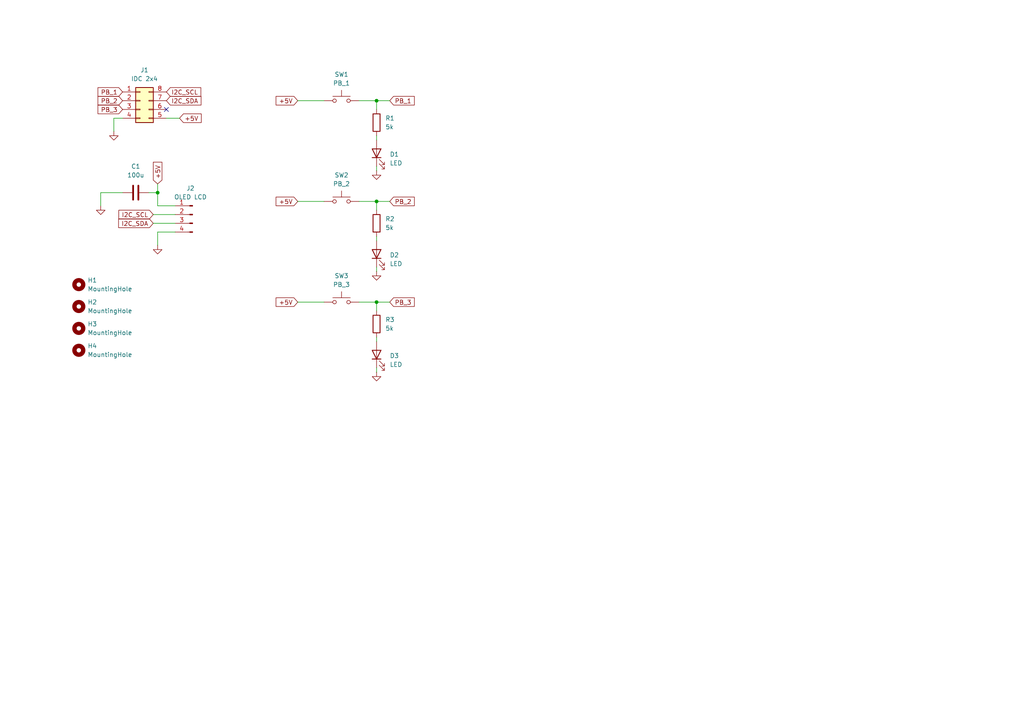
<source format=kicad_sch>
(kicad_sch
	(version 20231120)
	(generator "eeschema")
	(generator_version "8.0")
	(uuid "79fe1976-9f1c-41ba-94d2-47da96682c3d")
	(paper "A4")
	(lib_symbols
		(symbol "Connector:Conn_01x04_Pin"
			(pin_names
				(offset 1.016) hide)
			(exclude_from_sim no)
			(in_bom yes)
			(on_board yes)
			(property "Reference" "J"
				(at 0 5.08 0)
				(effects
					(font
						(size 1.27 1.27)
					)
				)
			)
			(property "Value" "Conn_01x04_Pin"
				(at 0 -7.62 0)
				(effects
					(font
						(size 1.27 1.27)
					)
				)
			)
			(property "Footprint" ""
				(at 0 0 0)
				(effects
					(font
						(size 1.27 1.27)
					)
					(hide yes)
				)
			)
			(property "Datasheet" "~"
				(at 0 0 0)
				(effects
					(font
						(size 1.27 1.27)
					)
					(hide yes)
				)
			)
			(property "Description" "Generic connector, single row, 01x04, script generated"
				(at 0 0 0)
				(effects
					(font
						(size 1.27 1.27)
					)
					(hide yes)
				)
			)
			(property "ki_locked" ""
				(at 0 0 0)
				(effects
					(font
						(size 1.27 1.27)
					)
				)
			)
			(property "ki_keywords" "connector"
				(at 0 0 0)
				(effects
					(font
						(size 1.27 1.27)
					)
					(hide yes)
				)
			)
			(property "ki_fp_filters" "Connector*:*_1x??_*"
				(at 0 0 0)
				(effects
					(font
						(size 1.27 1.27)
					)
					(hide yes)
				)
			)
			(symbol "Conn_01x04_Pin_1_1"
				(polyline
					(pts
						(xy 1.27 -5.08) (xy 0.8636 -5.08)
					)
					(stroke
						(width 0.1524)
						(type default)
					)
					(fill
						(type none)
					)
				)
				(polyline
					(pts
						(xy 1.27 -2.54) (xy 0.8636 -2.54)
					)
					(stroke
						(width 0.1524)
						(type default)
					)
					(fill
						(type none)
					)
				)
				(polyline
					(pts
						(xy 1.27 0) (xy 0.8636 0)
					)
					(stroke
						(width 0.1524)
						(type default)
					)
					(fill
						(type none)
					)
				)
				(polyline
					(pts
						(xy 1.27 2.54) (xy 0.8636 2.54)
					)
					(stroke
						(width 0.1524)
						(type default)
					)
					(fill
						(type none)
					)
				)
				(rectangle
					(start 0.8636 -4.953)
					(end 0 -5.207)
					(stroke
						(width 0.1524)
						(type default)
					)
					(fill
						(type outline)
					)
				)
				(rectangle
					(start 0.8636 -2.413)
					(end 0 -2.667)
					(stroke
						(width 0.1524)
						(type default)
					)
					(fill
						(type outline)
					)
				)
				(rectangle
					(start 0.8636 0.127)
					(end 0 -0.127)
					(stroke
						(width 0.1524)
						(type default)
					)
					(fill
						(type outline)
					)
				)
				(rectangle
					(start 0.8636 2.667)
					(end 0 2.413)
					(stroke
						(width 0.1524)
						(type default)
					)
					(fill
						(type outline)
					)
				)
				(pin passive line
					(at 5.08 2.54 180)
					(length 3.81)
					(name "Pin_1"
						(effects
							(font
								(size 1.27 1.27)
							)
						)
					)
					(number "1"
						(effects
							(font
								(size 1.27 1.27)
							)
						)
					)
				)
				(pin passive line
					(at 5.08 0 180)
					(length 3.81)
					(name "Pin_2"
						(effects
							(font
								(size 1.27 1.27)
							)
						)
					)
					(number "2"
						(effects
							(font
								(size 1.27 1.27)
							)
						)
					)
				)
				(pin passive line
					(at 5.08 -2.54 180)
					(length 3.81)
					(name "Pin_3"
						(effects
							(font
								(size 1.27 1.27)
							)
						)
					)
					(number "3"
						(effects
							(font
								(size 1.27 1.27)
							)
						)
					)
				)
				(pin passive line
					(at 5.08 -5.08 180)
					(length 3.81)
					(name "Pin_4"
						(effects
							(font
								(size 1.27 1.27)
							)
						)
					)
					(number "4"
						(effects
							(font
								(size 1.27 1.27)
							)
						)
					)
				)
			)
		)
		(symbol "Connector_Generic:Conn_02x04_Counter_Clockwise"
			(pin_names
				(offset 1.016) hide)
			(exclude_from_sim no)
			(in_bom yes)
			(on_board yes)
			(property "Reference" "J"
				(at 1.27 5.08 0)
				(effects
					(font
						(size 1.27 1.27)
					)
				)
			)
			(property "Value" "Conn_02x04_Counter_Clockwise"
				(at 1.27 -7.62 0)
				(effects
					(font
						(size 1.27 1.27)
					)
				)
			)
			(property "Footprint" ""
				(at 0 0 0)
				(effects
					(font
						(size 1.27 1.27)
					)
					(hide yes)
				)
			)
			(property "Datasheet" "~"
				(at 0 0 0)
				(effects
					(font
						(size 1.27 1.27)
					)
					(hide yes)
				)
			)
			(property "Description" "Generic connector, double row, 02x04, counter clockwise pin numbering scheme (similar to DIP package numbering), script generated (kicad-library-utils/schlib/autogen/connector/)"
				(at 0 0 0)
				(effects
					(font
						(size 1.27 1.27)
					)
					(hide yes)
				)
			)
			(property "ki_keywords" "connector"
				(at 0 0 0)
				(effects
					(font
						(size 1.27 1.27)
					)
					(hide yes)
				)
			)
			(property "ki_fp_filters" "Connector*:*_2x??_*"
				(at 0 0 0)
				(effects
					(font
						(size 1.27 1.27)
					)
					(hide yes)
				)
			)
			(symbol "Conn_02x04_Counter_Clockwise_1_1"
				(rectangle
					(start -1.27 -4.953)
					(end 0 -5.207)
					(stroke
						(width 0.1524)
						(type default)
					)
					(fill
						(type none)
					)
				)
				(rectangle
					(start -1.27 -2.413)
					(end 0 -2.667)
					(stroke
						(width 0.1524)
						(type default)
					)
					(fill
						(type none)
					)
				)
				(rectangle
					(start -1.27 0.127)
					(end 0 -0.127)
					(stroke
						(width 0.1524)
						(type default)
					)
					(fill
						(type none)
					)
				)
				(rectangle
					(start -1.27 2.667)
					(end 0 2.413)
					(stroke
						(width 0.1524)
						(type default)
					)
					(fill
						(type none)
					)
				)
				(rectangle
					(start -1.27 3.81)
					(end 3.81 -6.35)
					(stroke
						(width 0.254)
						(type default)
					)
					(fill
						(type background)
					)
				)
				(rectangle
					(start 3.81 -4.953)
					(end 2.54 -5.207)
					(stroke
						(width 0.1524)
						(type default)
					)
					(fill
						(type none)
					)
				)
				(rectangle
					(start 3.81 -2.413)
					(end 2.54 -2.667)
					(stroke
						(width 0.1524)
						(type default)
					)
					(fill
						(type none)
					)
				)
				(rectangle
					(start 3.81 0.127)
					(end 2.54 -0.127)
					(stroke
						(width 0.1524)
						(type default)
					)
					(fill
						(type none)
					)
				)
				(rectangle
					(start 3.81 2.667)
					(end 2.54 2.413)
					(stroke
						(width 0.1524)
						(type default)
					)
					(fill
						(type none)
					)
				)
				(pin passive line
					(at -5.08 2.54 0)
					(length 3.81)
					(name "Pin_1"
						(effects
							(font
								(size 1.27 1.27)
							)
						)
					)
					(number "1"
						(effects
							(font
								(size 1.27 1.27)
							)
						)
					)
				)
				(pin passive line
					(at -5.08 0 0)
					(length 3.81)
					(name "Pin_2"
						(effects
							(font
								(size 1.27 1.27)
							)
						)
					)
					(number "2"
						(effects
							(font
								(size 1.27 1.27)
							)
						)
					)
				)
				(pin passive line
					(at -5.08 -2.54 0)
					(length 3.81)
					(name "Pin_3"
						(effects
							(font
								(size 1.27 1.27)
							)
						)
					)
					(number "3"
						(effects
							(font
								(size 1.27 1.27)
							)
						)
					)
				)
				(pin passive line
					(at -5.08 -5.08 0)
					(length 3.81)
					(name "Pin_4"
						(effects
							(font
								(size 1.27 1.27)
							)
						)
					)
					(number "4"
						(effects
							(font
								(size 1.27 1.27)
							)
						)
					)
				)
				(pin passive line
					(at 7.62 -5.08 180)
					(length 3.81)
					(name "Pin_5"
						(effects
							(font
								(size 1.27 1.27)
							)
						)
					)
					(number "5"
						(effects
							(font
								(size 1.27 1.27)
							)
						)
					)
				)
				(pin passive line
					(at 7.62 -2.54 180)
					(length 3.81)
					(name "Pin_6"
						(effects
							(font
								(size 1.27 1.27)
							)
						)
					)
					(number "6"
						(effects
							(font
								(size 1.27 1.27)
							)
						)
					)
				)
				(pin passive line
					(at 7.62 0 180)
					(length 3.81)
					(name "Pin_7"
						(effects
							(font
								(size 1.27 1.27)
							)
						)
					)
					(number "7"
						(effects
							(font
								(size 1.27 1.27)
							)
						)
					)
				)
				(pin passive line
					(at 7.62 2.54 180)
					(length 3.81)
					(name "Pin_8"
						(effects
							(font
								(size 1.27 1.27)
							)
						)
					)
					(number "8"
						(effects
							(font
								(size 1.27 1.27)
							)
						)
					)
				)
			)
		)
		(symbol "Device:C"
			(pin_numbers hide)
			(pin_names
				(offset 0.254)
			)
			(exclude_from_sim no)
			(in_bom yes)
			(on_board yes)
			(property "Reference" "C"
				(at 0.635 2.54 0)
				(effects
					(font
						(size 1.27 1.27)
					)
					(justify left)
				)
			)
			(property "Value" "C"
				(at 0.635 -2.54 0)
				(effects
					(font
						(size 1.27 1.27)
					)
					(justify left)
				)
			)
			(property "Footprint" ""
				(at 0.9652 -3.81 0)
				(effects
					(font
						(size 1.27 1.27)
					)
					(hide yes)
				)
			)
			(property "Datasheet" "~"
				(at 0 0 0)
				(effects
					(font
						(size 1.27 1.27)
					)
					(hide yes)
				)
			)
			(property "Description" "Unpolarized capacitor"
				(at 0 0 0)
				(effects
					(font
						(size 1.27 1.27)
					)
					(hide yes)
				)
			)
			(property "ki_keywords" "cap capacitor"
				(at 0 0 0)
				(effects
					(font
						(size 1.27 1.27)
					)
					(hide yes)
				)
			)
			(property "ki_fp_filters" "C_*"
				(at 0 0 0)
				(effects
					(font
						(size 1.27 1.27)
					)
					(hide yes)
				)
			)
			(symbol "C_0_1"
				(polyline
					(pts
						(xy -2.032 -0.762) (xy 2.032 -0.762)
					)
					(stroke
						(width 0.508)
						(type default)
					)
					(fill
						(type none)
					)
				)
				(polyline
					(pts
						(xy -2.032 0.762) (xy 2.032 0.762)
					)
					(stroke
						(width 0.508)
						(type default)
					)
					(fill
						(type none)
					)
				)
			)
			(symbol "C_1_1"
				(pin passive line
					(at 0 3.81 270)
					(length 2.794)
					(name "~"
						(effects
							(font
								(size 1.27 1.27)
							)
						)
					)
					(number "1"
						(effects
							(font
								(size 1.27 1.27)
							)
						)
					)
				)
				(pin passive line
					(at 0 -3.81 90)
					(length 2.794)
					(name "~"
						(effects
							(font
								(size 1.27 1.27)
							)
						)
					)
					(number "2"
						(effects
							(font
								(size 1.27 1.27)
							)
						)
					)
				)
			)
		)
		(symbol "Device:LED"
			(pin_numbers hide)
			(pin_names
				(offset 1.016) hide)
			(exclude_from_sim no)
			(in_bom yes)
			(on_board yes)
			(property "Reference" "D"
				(at 0 2.54 0)
				(effects
					(font
						(size 1.27 1.27)
					)
				)
			)
			(property "Value" "LED"
				(at 0 -2.54 0)
				(effects
					(font
						(size 1.27 1.27)
					)
				)
			)
			(property "Footprint" ""
				(at 0 0 0)
				(effects
					(font
						(size 1.27 1.27)
					)
					(hide yes)
				)
			)
			(property "Datasheet" "~"
				(at 0 0 0)
				(effects
					(font
						(size 1.27 1.27)
					)
					(hide yes)
				)
			)
			(property "Description" "Light emitting diode"
				(at 0 0 0)
				(effects
					(font
						(size 1.27 1.27)
					)
					(hide yes)
				)
			)
			(property "ki_keywords" "LED diode"
				(at 0 0 0)
				(effects
					(font
						(size 1.27 1.27)
					)
					(hide yes)
				)
			)
			(property "ki_fp_filters" "LED* LED_SMD:* LED_THT:*"
				(at 0 0 0)
				(effects
					(font
						(size 1.27 1.27)
					)
					(hide yes)
				)
			)
			(symbol "LED_0_1"
				(polyline
					(pts
						(xy -1.27 -1.27) (xy -1.27 1.27)
					)
					(stroke
						(width 0.254)
						(type default)
					)
					(fill
						(type none)
					)
				)
				(polyline
					(pts
						(xy -1.27 0) (xy 1.27 0)
					)
					(stroke
						(width 0)
						(type default)
					)
					(fill
						(type none)
					)
				)
				(polyline
					(pts
						(xy 1.27 -1.27) (xy 1.27 1.27) (xy -1.27 0) (xy 1.27 -1.27)
					)
					(stroke
						(width 0.254)
						(type default)
					)
					(fill
						(type none)
					)
				)
				(polyline
					(pts
						(xy -3.048 -0.762) (xy -4.572 -2.286) (xy -3.81 -2.286) (xy -4.572 -2.286) (xy -4.572 -1.524)
					)
					(stroke
						(width 0)
						(type default)
					)
					(fill
						(type none)
					)
				)
				(polyline
					(pts
						(xy -1.778 -0.762) (xy -3.302 -2.286) (xy -2.54 -2.286) (xy -3.302 -2.286) (xy -3.302 -1.524)
					)
					(stroke
						(width 0)
						(type default)
					)
					(fill
						(type none)
					)
				)
			)
			(symbol "LED_1_1"
				(pin passive line
					(at -3.81 0 0)
					(length 2.54)
					(name "K"
						(effects
							(font
								(size 1.27 1.27)
							)
						)
					)
					(number "1"
						(effects
							(font
								(size 1.27 1.27)
							)
						)
					)
				)
				(pin passive line
					(at 3.81 0 180)
					(length 2.54)
					(name "A"
						(effects
							(font
								(size 1.27 1.27)
							)
						)
					)
					(number "2"
						(effects
							(font
								(size 1.27 1.27)
							)
						)
					)
				)
			)
		)
		(symbol "Device:R"
			(pin_numbers hide)
			(pin_names
				(offset 0)
			)
			(exclude_from_sim no)
			(in_bom yes)
			(on_board yes)
			(property "Reference" "R"
				(at 2.032 0 90)
				(effects
					(font
						(size 1.27 1.27)
					)
				)
			)
			(property "Value" "R"
				(at 0 0 90)
				(effects
					(font
						(size 1.27 1.27)
					)
				)
			)
			(property "Footprint" ""
				(at -1.778 0 90)
				(effects
					(font
						(size 1.27 1.27)
					)
					(hide yes)
				)
			)
			(property "Datasheet" "~"
				(at 0 0 0)
				(effects
					(font
						(size 1.27 1.27)
					)
					(hide yes)
				)
			)
			(property "Description" "Resistor"
				(at 0 0 0)
				(effects
					(font
						(size 1.27 1.27)
					)
					(hide yes)
				)
			)
			(property "ki_keywords" "R res resistor"
				(at 0 0 0)
				(effects
					(font
						(size 1.27 1.27)
					)
					(hide yes)
				)
			)
			(property "ki_fp_filters" "R_*"
				(at 0 0 0)
				(effects
					(font
						(size 1.27 1.27)
					)
					(hide yes)
				)
			)
			(symbol "R_0_1"
				(rectangle
					(start -1.016 -2.54)
					(end 1.016 2.54)
					(stroke
						(width 0.254)
						(type default)
					)
					(fill
						(type none)
					)
				)
			)
			(symbol "R_1_1"
				(pin passive line
					(at 0 3.81 270)
					(length 1.27)
					(name "~"
						(effects
							(font
								(size 1.27 1.27)
							)
						)
					)
					(number "1"
						(effects
							(font
								(size 1.27 1.27)
							)
						)
					)
				)
				(pin passive line
					(at 0 -3.81 90)
					(length 1.27)
					(name "~"
						(effects
							(font
								(size 1.27 1.27)
							)
						)
					)
					(number "2"
						(effects
							(font
								(size 1.27 1.27)
							)
						)
					)
				)
			)
		)
		(symbol "Mechanical:MountingHole"
			(pin_names
				(offset 1.016)
			)
			(exclude_from_sim yes)
			(in_bom no)
			(on_board yes)
			(property "Reference" "H"
				(at 0 5.08 0)
				(effects
					(font
						(size 1.27 1.27)
					)
				)
			)
			(property "Value" "MountingHole"
				(at 0 3.175 0)
				(effects
					(font
						(size 1.27 1.27)
					)
				)
			)
			(property "Footprint" ""
				(at 0 0 0)
				(effects
					(font
						(size 1.27 1.27)
					)
					(hide yes)
				)
			)
			(property "Datasheet" "~"
				(at 0 0 0)
				(effects
					(font
						(size 1.27 1.27)
					)
					(hide yes)
				)
			)
			(property "Description" "Mounting Hole without connection"
				(at 0 0 0)
				(effects
					(font
						(size 1.27 1.27)
					)
					(hide yes)
				)
			)
			(property "ki_keywords" "mounting hole"
				(at 0 0 0)
				(effects
					(font
						(size 1.27 1.27)
					)
					(hide yes)
				)
			)
			(property "ki_fp_filters" "MountingHole*"
				(at 0 0 0)
				(effects
					(font
						(size 1.27 1.27)
					)
					(hide yes)
				)
			)
			(symbol "MountingHole_0_1"
				(circle
					(center 0 0)
					(radius 1.27)
					(stroke
						(width 1.27)
						(type default)
					)
					(fill
						(type none)
					)
				)
			)
		)
		(symbol "Switch:SW_Push"
			(pin_numbers hide)
			(pin_names
				(offset 1.016) hide)
			(exclude_from_sim no)
			(in_bom yes)
			(on_board yes)
			(property "Reference" "SW"
				(at 1.27 2.54 0)
				(effects
					(font
						(size 1.27 1.27)
					)
					(justify left)
				)
			)
			(property "Value" "SW_Push"
				(at 0 -1.524 0)
				(effects
					(font
						(size 1.27 1.27)
					)
				)
			)
			(property "Footprint" ""
				(at 0 5.08 0)
				(effects
					(font
						(size 1.27 1.27)
					)
					(hide yes)
				)
			)
			(property "Datasheet" "~"
				(at 0 5.08 0)
				(effects
					(font
						(size 1.27 1.27)
					)
					(hide yes)
				)
			)
			(property "Description" "Push button switch, generic, two pins"
				(at 0 0 0)
				(effects
					(font
						(size 1.27 1.27)
					)
					(hide yes)
				)
			)
			(property "ki_keywords" "switch normally-open pushbutton push-button"
				(at 0 0 0)
				(effects
					(font
						(size 1.27 1.27)
					)
					(hide yes)
				)
			)
			(symbol "SW_Push_0_1"
				(circle
					(center -2.032 0)
					(radius 0.508)
					(stroke
						(width 0)
						(type default)
					)
					(fill
						(type none)
					)
				)
				(polyline
					(pts
						(xy 0 1.27) (xy 0 3.048)
					)
					(stroke
						(width 0)
						(type default)
					)
					(fill
						(type none)
					)
				)
				(polyline
					(pts
						(xy 2.54 1.27) (xy -2.54 1.27)
					)
					(stroke
						(width 0)
						(type default)
					)
					(fill
						(type none)
					)
				)
				(circle
					(center 2.032 0)
					(radius 0.508)
					(stroke
						(width 0)
						(type default)
					)
					(fill
						(type none)
					)
				)
				(pin passive line
					(at -5.08 0 0)
					(length 2.54)
					(name "1"
						(effects
							(font
								(size 1.27 1.27)
							)
						)
					)
					(number "1"
						(effects
							(font
								(size 1.27 1.27)
							)
						)
					)
				)
				(pin passive line
					(at 5.08 0 180)
					(length 2.54)
					(name "2"
						(effects
							(font
								(size 1.27 1.27)
							)
						)
					)
					(number "2"
						(effects
							(font
								(size 1.27 1.27)
							)
						)
					)
				)
			)
		)
		(symbol "power:GND"
			(power)
			(pin_numbers hide)
			(pin_names
				(offset 0) hide)
			(exclude_from_sim no)
			(in_bom yes)
			(on_board yes)
			(property "Reference" "#PWR"
				(at 0 -6.35 0)
				(effects
					(font
						(size 1.27 1.27)
					)
					(hide yes)
				)
			)
			(property "Value" "GND"
				(at 0 -3.81 0)
				(effects
					(font
						(size 1.27 1.27)
					)
				)
			)
			(property "Footprint" ""
				(at 0 0 0)
				(effects
					(font
						(size 1.27 1.27)
					)
					(hide yes)
				)
			)
			(property "Datasheet" ""
				(at 0 0 0)
				(effects
					(font
						(size 1.27 1.27)
					)
					(hide yes)
				)
			)
			(property "Description" "Power symbol creates a global label with name \"GND\" , ground"
				(at 0 0 0)
				(effects
					(font
						(size 1.27 1.27)
					)
					(hide yes)
				)
			)
			(property "ki_keywords" "global power"
				(at 0 0 0)
				(effects
					(font
						(size 1.27 1.27)
					)
					(hide yes)
				)
			)
			(symbol "GND_0_1"
				(polyline
					(pts
						(xy 0 0) (xy 0 -1.27) (xy 1.27 -1.27) (xy 0 -2.54) (xy -1.27 -1.27) (xy 0 -1.27)
					)
					(stroke
						(width 0)
						(type default)
					)
					(fill
						(type none)
					)
				)
			)
			(symbol "GND_1_1"
				(pin power_in line
					(at 0 0 270)
					(length 0)
					(name "~"
						(effects
							(font
								(size 1.27 1.27)
							)
						)
					)
					(number "1"
						(effects
							(font
								(size 1.27 1.27)
							)
						)
					)
				)
			)
		)
	)
	(junction
		(at 109.22 29.21)
		(diameter 0)
		(color 0 0 0 0)
		(uuid "5070800d-9bc0-441c-8603-1ff2acd2e543")
	)
	(junction
		(at 109.22 87.63)
		(diameter 0)
		(color 0 0 0 0)
		(uuid "9b2cda34-ecc4-497d-983f-66f2a0cd8154")
	)
	(junction
		(at 109.22 58.42)
		(diameter 0)
		(color 0 0 0 0)
		(uuid "bc932109-aa15-4598-b2d9-aa4b3acde3fa")
	)
	(junction
		(at 45.72 55.88)
		(diameter 0)
		(color 0 0 0 0)
		(uuid "c83d9ebe-8104-4d55-9c6d-d3fcae41833f")
	)
	(no_connect
		(at 48.26 31.75)
		(uuid "d8ea7c43-adb4-4a46-8f1b-eb141a3792eb")
	)
	(wire
		(pts
			(xy 109.22 48.26) (xy 109.22 49.53)
		)
		(stroke
			(width 0)
			(type default)
		)
		(uuid "03d37c44-8b36-41de-b8cf-dba8860c674f")
	)
	(wire
		(pts
			(xy 48.26 34.29) (xy 52.07 34.29)
		)
		(stroke
			(width 0)
			(type default)
		)
		(uuid "0a7053b1-1a91-439e-bedc-f7a805cb8728")
	)
	(wire
		(pts
			(xy 45.72 67.31) (xy 50.8 67.31)
		)
		(stroke
			(width 0)
			(type default)
		)
		(uuid "1df3aa6a-b123-481d-93b6-311a684ad7a5")
	)
	(wire
		(pts
			(xy 109.22 39.37) (xy 109.22 40.64)
		)
		(stroke
			(width 0)
			(type default)
		)
		(uuid "35f665f9-a49d-4974-9ab1-5cd954f7b71f")
	)
	(wire
		(pts
			(xy 33.02 34.29) (xy 33.02 38.1)
		)
		(stroke
			(width 0)
			(type default)
		)
		(uuid "379ef6cd-5e22-4b5f-a1a4-69d33f3cfd3e")
	)
	(wire
		(pts
			(xy 43.18 55.88) (xy 45.72 55.88)
		)
		(stroke
			(width 0)
			(type default)
		)
		(uuid "37a6bacf-f0de-4d42-a7db-839b2d288402")
	)
	(wire
		(pts
			(xy 109.22 87.63) (xy 109.22 90.17)
		)
		(stroke
			(width 0)
			(type default)
		)
		(uuid "38e2d17f-da1e-40b4-8338-b5642f02afbc")
	)
	(wire
		(pts
			(xy 104.14 58.42) (xy 109.22 58.42)
		)
		(stroke
			(width 0)
			(type default)
		)
		(uuid "4872a051-4048-4cf5-879e-123a13cc18a6")
	)
	(wire
		(pts
			(xy 45.72 59.69) (xy 50.8 59.69)
		)
		(stroke
			(width 0)
			(type default)
		)
		(uuid "57557e79-69d4-4757-a543-b607393c7451")
	)
	(wire
		(pts
			(xy 35.56 34.29) (xy 33.02 34.29)
		)
		(stroke
			(width 0)
			(type default)
		)
		(uuid "57f1aff8-2fd3-48c5-991b-82d8dfafa9f0")
	)
	(wire
		(pts
			(xy 44.45 64.77) (xy 50.8 64.77)
		)
		(stroke
			(width 0)
			(type default)
		)
		(uuid "5fdf352d-60b2-4661-b362-7307f24e326d")
	)
	(wire
		(pts
			(xy 29.21 59.69) (xy 29.21 55.88)
		)
		(stroke
			(width 0)
			(type default)
		)
		(uuid "6210bb8b-fed4-48af-a2e8-e7c3992fc926")
	)
	(wire
		(pts
			(xy 109.22 106.68) (xy 109.22 107.95)
		)
		(stroke
			(width 0)
			(type default)
		)
		(uuid "66e642ba-91d4-44fe-b327-3784097ca5aa")
	)
	(wire
		(pts
			(xy 109.22 58.42) (xy 113.03 58.42)
		)
		(stroke
			(width 0)
			(type default)
		)
		(uuid "6f9e6cdc-0792-4352-b74f-e2b9b104578e")
	)
	(wire
		(pts
			(xy 86.36 58.42) (xy 93.98 58.42)
		)
		(stroke
			(width 0)
			(type default)
		)
		(uuid "85ba7f54-ea6e-44c9-a9e6-b52a0aaf04ef")
	)
	(wire
		(pts
			(xy 109.22 29.21) (xy 113.03 29.21)
		)
		(stroke
			(width 0)
			(type default)
		)
		(uuid "8627f180-3f9f-4e09-98fb-dd16f304c279")
	)
	(wire
		(pts
			(xy 45.72 71.12) (xy 45.72 67.31)
		)
		(stroke
			(width 0)
			(type default)
		)
		(uuid "88a7f30d-da19-448d-aeca-924d8e426830")
	)
	(wire
		(pts
			(xy 109.22 58.42) (xy 109.22 60.96)
		)
		(stroke
			(width 0)
			(type default)
		)
		(uuid "97fb0d7a-bee2-4673-bef9-748accc30dbf")
	)
	(wire
		(pts
			(xy 86.36 87.63) (xy 93.98 87.63)
		)
		(stroke
			(width 0)
			(type default)
		)
		(uuid "9e9712c6-523b-40ee-be84-0943d857e23c")
	)
	(wire
		(pts
			(xy 44.45 62.23) (xy 50.8 62.23)
		)
		(stroke
			(width 0)
			(type default)
		)
		(uuid "9f333040-6160-4e2b-81ae-ac7531b83c1c")
	)
	(wire
		(pts
			(xy 45.72 53.34) (xy 45.72 55.88)
		)
		(stroke
			(width 0)
			(type default)
		)
		(uuid "a6557a55-77e5-4847-8ed9-fca7618b4667")
	)
	(wire
		(pts
			(xy 104.14 29.21) (xy 109.22 29.21)
		)
		(stroke
			(width 0)
			(type default)
		)
		(uuid "a86de8e0-202e-4919-a50a-2226a66bc954")
	)
	(wire
		(pts
			(xy 109.22 68.58) (xy 109.22 69.85)
		)
		(stroke
			(width 0)
			(type default)
		)
		(uuid "ae330857-611d-4a04-b56f-267b1f731605")
	)
	(wire
		(pts
			(xy 45.72 55.88) (xy 45.72 59.69)
		)
		(stroke
			(width 0)
			(type default)
		)
		(uuid "c0447724-af08-4057-9218-05c2a9938a30")
	)
	(wire
		(pts
			(xy 104.14 87.63) (xy 109.22 87.63)
		)
		(stroke
			(width 0)
			(type default)
		)
		(uuid "d5a408fb-8040-47e5-8816-21bd4b415669")
	)
	(wire
		(pts
			(xy 109.22 87.63) (xy 113.03 87.63)
		)
		(stroke
			(width 0)
			(type default)
		)
		(uuid "dee66f41-ac8a-455d-8d2d-f0705b54645e")
	)
	(wire
		(pts
			(xy 29.21 55.88) (xy 35.56 55.88)
		)
		(stroke
			(width 0)
			(type default)
		)
		(uuid "e8aac070-4fa6-4217-a9d1-60576217a4a2")
	)
	(wire
		(pts
			(xy 109.22 97.79) (xy 109.22 99.06)
		)
		(stroke
			(width 0)
			(type default)
		)
		(uuid "f470f36b-a513-446e-b5c1-938368b09910")
	)
	(wire
		(pts
			(xy 86.36 29.21) (xy 93.98 29.21)
		)
		(stroke
			(width 0)
			(type default)
		)
		(uuid "f630191f-216f-4940-8c8a-25b82358d99d")
	)
	(wire
		(pts
			(xy 109.22 77.47) (xy 109.22 78.74)
		)
		(stroke
			(width 0)
			(type default)
		)
		(uuid "f654c323-0ad9-433c-bba0-c5f496920c22")
	)
	(wire
		(pts
			(xy 109.22 29.21) (xy 109.22 31.75)
		)
		(stroke
			(width 0)
			(type default)
		)
		(uuid "f70083af-e796-497b-bebb-9c3bc6c01f2e")
	)
	(global_label "I2C_SDA"
		(shape input)
		(at 48.26 29.21 0)
		(fields_autoplaced yes)
		(effects
			(font
				(size 1.27 1.27)
			)
			(justify left)
		)
		(uuid "0b957d02-5d3d-4e11-a752-5caa0de9d01a")
		(property "Intersheetrefs" "${INTERSHEET_REFS}"
			(at 58.8652 29.21 0)
			(effects
				(font
					(size 1.27 1.27)
				)
				(justify left)
				(hide yes)
			)
		)
	)
	(global_label "PB_3"
		(shape input)
		(at 35.56 31.75 180)
		(fields_autoplaced yes)
		(effects
			(font
				(size 1.27 1.27)
			)
			(justify right)
		)
		(uuid "0d663f60-b7f4-405d-a225-420dc4fdfe68")
		(property "Intersheetrefs" "${INTERSHEET_REFS}"
			(at 27.8577 31.75 0)
			(effects
				(font
					(size 1.27 1.27)
				)
				(justify right)
				(hide yes)
			)
		)
	)
	(global_label "+5V"
		(shape input)
		(at 45.72 53.34 90)
		(fields_autoplaced yes)
		(effects
			(font
				(size 1.27 1.27)
			)
			(justify left)
		)
		(uuid "1caba5c4-acec-41b2-9a14-7bd865e16177")
		(property "Intersheetrefs" "${INTERSHEET_REFS}"
			(at 45.72 46.4843 90)
			(effects
				(font
					(size 1.27 1.27)
				)
				(justify left)
				(hide yes)
			)
		)
	)
	(global_label "+5V"
		(shape input)
		(at 52.07 34.29 0)
		(fields_autoplaced yes)
		(effects
			(font
				(size 1.27 1.27)
			)
			(justify left)
		)
		(uuid "35de6b04-0dbc-4ad3-bd83-ecc6639bb0f0")
		(property "Intersheetrefs" "${INTERSHEET_REFS}"
			(at 58.9257 34.29 0)
			(effects
				(font
					(size 1.27 1.27)
				)
				(justify left)
				(hide yes)
			)
		)
	)
	(global_label "PB_1"
		(shape input)
		(at 35.56 26.67 180)
		(fields_autoplaced yes)
		(effects
			(font
				(size 1.27 1.27)
			)
			(justify right)
		)
		(uuid "3762a1ac-5138-4b1f-ba4e-8088f6ff2d23")
		(property "Intersheetrefs" "${INTERSHEET_REFS}"
			(at 27.8577 26.67 0)
			(effects
				(font
					(size 1.27 1.27)
				)
				(justify right)
				(hide yes)
			)
		)
	)
	(global_label "PB_2"
		(shape input)
		(at 35.56 29.21 180)
		(fields_autoplaced yes)
		(effects
			(font
				(size 1.27 1.27)
			)
			(justify right)
		)
		(uuid "39f78fff-9f4b-47db-a0a6-df9d557d88ef")
		(property "Intersheetrefs" "${INTERSHEET_REFS}"
			(at 27.8577 29.21 0)
			(effects
				(font
					(size 1.27 1.27)
				)
				(justify right)
				(hide yes)
			)
		)
	)
	(global_label "I2C_SDA"
		(shape input)
		(at 44.45 64.77 180)
		(fields_autoplaced yes)
		(effects
			(font
				(size 1.27 1.27)
			)
			(justify right)
		)
		(uuid "43f86097-af17-48a6-bdf1-921861c09629")
		(property "Intersheetrefs" "${INTERSHEET_REFS}"
			(at 33.8448 64.77 0)
			(effects
				(font
					(size 1.27 1.27)
				)
				(justify right)
				(hide yes)
			)
		)
	)
	(global_label "+5V"
		(shape input)
		(at 86.36 58.42 180)
		(fields_autoplaced yes)
		(effects
			(font
				(size 1.27 1.27)
			)
			(justify right)
		)
		(uuid "44703cf6-f88c-4caa-9aff-3c6f6187d22b")
		(property "Intersheetrefs" "${INTERSHEET_REFS}"
			(at 79.5043 58.42 0)
			(effects
				(font
					(size 1.27 1.27)
				)
				(justify right)
				(hide yes)
			)
		)
	)
	(global_label "+5V"
		(shape input)
		(at 86.36 87.63 180)
		(fields_autoplaced yes)
		(effects
			(font
				(size 1.27 1.27)
			)
			(justify right)
		)
		(uuid "496faaf6-5360-4173-a9a5-5e91085674ad")
		(property "Intersheetrefs" "${INTERSHEET_REFS}"
			(at 79.5043 87.63 0)
			(effects
				(font
					(size 1.27 1.27)
				)
				(justify right)
				(hide yes)
			)
		)
	)
	(global_label "I2C_SCL"
		(shape input)
		(at 44.45 62.23 180)
		(fields_autoplaced yes)
		(effects
			(font
				(size 1.27 1.27)
			)
			(justify right)
		)
		(uuid "57eb0b32-3e4b-4f4f-8f4b-a83619401e21")
		(property "Intersheetrefs" "${INTERSHEET_REFS}"
			(at 33.9053 62.23 0)
			(effects
				(font
					(size 1.27 1.27)
				)
				(justify right)
				(hide yes)
			)
		)
	)
	(global_label "+5V"
		(shape input)
		(at 86.36 29.21 180)
		(fields_autoplaced yes)
		(effects
			(font
				(size 1.27 1.27)
			)
			(justify right)
		)
		(uuid "74e50779-d550-43e7-95a0-f344b7f2945d")
		(property "Intersheetrefs" "${INTERSHEET_REFS}"
			(at 79.5043 29.21 0)
			(effects
				(font
					(size 1.27 1.27)
				)
				(justify right)
				(hide yes)
			)
		)
	)
	(global_label "PB_1"
		(shape input)
		(at 113.03 29.21 0)
		(fields_autoplaced yes)
		(effects
			(font
				(size 1.27 1.27)
			)
			(justify left)
		)
		(uuid "79f19ae7-3ab8-45b5-a2cc-9985e0f672b4")
		(property "Intersheetrefs" "${INTERSHEET_REFS}"
			(at 120.7323 29.21 0)
			(effects
				(font
					(size 1.27 1.27)
				)
				(justify left)
				(hide yes)
			)
		)
	)
	(global_label "PB_2"
		(shape input)
		(at 113.03 58.42 0)
		(fields_autoplaced yes)
		(effects
			(font
				(size 1.27 1.27)
			)
			(justify left)
		)
		(uuid "79fe282f-6319-41a3-a6b6-a88b513d89d1")
		(property "Intersheetrefs" "${INTERSHEET_REFS}"
			(at 120.7323 58.42 0)
			(effects
				(font
					(size 1.27 1.27)
				)
				(justify left)
				(hide yes)
			)
		)
	)
	(global_label "I2C_SCL"
		(shape input)
		(at 48.26 26.67 0)
		(fields_autoplaced yes)
		(effects
			(font
				(size 1.27 1.27)
			)
			(justify left)
		)
		(uuid "90576312-d69f-404c-8e2b-c34c7cba01a9")
		(property "Intersheetrefs" "${INTERSHEET_REFS}"
			(at 58.8047 26.67 0)
			(effects
				(font
					(size 1.27 1.27)
				)
				(justify left)
				(hide yes)
			)
		)
	)
	(global_label "PB_3"
		(shape input)
		(at 113.03 87.63 0)
		(fields_autoplaced yes)
		(effects
			(font
				(size 1.27 1.27)
			)
			(justify left)
		)
		(uuid "f076f565-8bc4-4c83-9bb7-ea038d2ec292")
		(property "Intersheetrefs" "${INTERSHEET_REFS}"
			(at 120.7323 87.63 0)
			(effects
				(font
					(size 1.27 1.27)
				)
				(justify left)
				(hide yes)
			)
		)
	)
	(symbol
		(lib_id "Device:C")
		(at 39.37 55.88 90)
		(unit 1)
		(exclude_from_sim no)
		(in_bom yes)
		(on_board yes)
		(dnp no)
		(fields_autoplaced yes)
		(uuid "0730dd5e-fb37-4692-ac72-894f317d8bbd")
		(property "Reference" "C1"
			(at 39.37 48.26 90)
			(effects
				(font
					(size 1.27 1.27)
				)
			)
		)
		(property "Value" "100u"
			(at 39.37 50.8 90)
			(effects
				(font
					(size 1.27 1.27)
				)
			)
		)
		(property "Footprint" "Capacitor_THT:C_Radial_D6.3mm_H11.0mm_P2.50mm"
			(at 43.18 54.9148 0)
			(effects
				(font
					(size 1.27 1.27)
				)
				(hide yes)
			)
		)
		(property "Datasheet" "~"
			(at 39.37 55.88 0)
			(effects
				(font
					(size 1.27 1.27)
				)
				(hide yes)
			)
		)
		(property "Description" "Unpolarized capacitor"
			(at 39.37 55.88 0)
			(effects
				(font
					(size 1.27 1.27)
				)
				(hide yes)
			)
		)
		(pin "1"
			(uuid "12853983-b724-4feb-a05f-928d517b4ec0")
		)
		(pin "2"
			(uuid "78974eea-f1bf-4ff8-a22c-b6739723dfba")
		)
		(instances
			(project ""
				(path "/79fe1976-9f1c-41ba-94d2-47da96682c3d"
					(reference "C1")
					(unit 1)
				)
			)
		)
	)
	(symbol
		(lib_id "Mechanical:MountingHole")
		(at 22.86 101.6 0)
		(unit 1)
		(exclude_from_sim yes)
		(in_bom no)
		(on_board yes)
		(dnp no)
		(fields_autoplaced yes)
		(uuid "1598242c-955a-4660-b3a2-e6b4552a65f1")
		(property "Reference" "H4"
			(at 25.4 100.3299 0)
			(effects
				(font
					(size 1.27 1.27)
				)
				(justify left)
			)
		)
		(property "Value" "MountingHole"
			(at 25.4 102.8699 0)
			(effects
				(font
					(size 1.27 1.27)
				)
				(justify left)
			)
		)
		(property "Footprint" "MountingHole:MountingHole_3.2mm_M3"
			(at 22.86 101.6 0)
			(effects
				(font
					(size 1.27 1.27)
				)
				(hide yes)
			)
		)
		(property "Datasheet" "~"
			(at 22.86 101.6 0)
			(effects
				(font
					(size 1.27 1.27)
				)
				(hide yes)
			)
		)
		(property "Description" "Mounting Hole without connection"
			(at 22.86 101.6 0)
			(effects
				(font
					(size 1.27 1.27)
				)
				(hide yes)
			)
		)
		(instances
			(project "SB_Board"
				(path "/79fe1976-9f1c-41ba-94d2-47da96682c3d"
					(reference "H4")
					(unit 1)
				)
			)
		)
	)
	(symbol
		(lib_id "Mechanical:MountingHole")
		(at 22.86 82.55 0)
		(unit 1)
		(exclude_from_sim yes)
		(in_bom no)
		(on_board yes)
		(dnp no)
		(fields_autoplaced yes)
		(uuid "1781dffe-d704-47fa-8c06-2d5d85a8be0f")
		(property "Reference" "H1"
			(at 25.4 81.2799 0)
			(effects
				(font
					(size 1.27 1.27)
				)
				(justify left)
			)
		)
		(property "Value" "MountingHole"
			(at 25.4 83.8199 0)
			(effects
				(font
					(size 1.27 1.27)
				)
				(justify left)
			)
		)
		(property "Footprint" "MountingHole:MountingHole_3.2mm_M3"
			(at 22.86 82.55 0)
			(effects
				(font
					(size 1.27 1.27)
				)
				(hide yes)
			)
		)
		(property "Datasheet" "~"
			(at 22.86 82.55 0)
			(effects
				(font
					(size 1.27 1.27)
				)
				(hide yes)
			)
		)
		(property "Description" "Mounting Hole without connection"
			(at 22.86 82.55 0)
			(effects
				(font
					(size 1.27 1.27)
				)
				(hide yes)
			)
		)
		(instances
			(project ""
				(path "/79fe1976-9f1c-41ba-94d2-47da96682c3d"
					(reference "H1")
					(unit 1)
				)
			)
		)
	)
	(symbol
		(lib_id "Device:R")
		(at 109.22 64.77 0)
		(unit 1)
		(exclude_from_sim no)
		(in_bom yes)
		(on_board yes)
		(dnp no)
		(fields_autoplaced yes)
		(uuid "24bdea9d-ca45-48ca-b104-f088e0e33e45")
		(property "Reference" "R2"
			(at 111.76 63.4999 0)
			(effects
				(font
					(size 1.27 1.27)
				)
				(justify left)
			)
		)
		(property "Value" "5k"
			(at 111.76 66.0399 0)
			(effects
				(font
					(size 1.27 1.27)
				)
				(justify left)
			)
		)
		(property "Footprint" "Resistor_SMD:R_0402_1005Metric"
			(at 107.442 64.77 90)
			(effects
				(font
					(size 1.27 1.27)
				)
				(hide yes)
			)
		)
		(property "Datasheet" "~"
			(at 109.22 64.77 0)
			(effects
				(font
					(size 1.27 1.27)
				)
				(hide yes)
			)
		)
		(property "Description" "Resistor"
			(at 109.22 64.77 0)
			(effects
				(font
					(size 1.27 1.27)
				)
				(hide yes)
			)
		)
		(pin "1"
			(uuid "133bc0c7-1867-4fc2-9f87-784576d86a35")
		)
		(pin "2"
			(uuid "d81cfba6-b0bf-4867-91ec-2dac3ca59749")
		)
		(instances
			(project "SB_Board"
				(path "/79fe1976-9f1c-41ba-94d2-47da96682c3d"
					(reference "R2")
					(unit 1)
				)
			)
		)
	)
	(symbol
		(lib_id "Connector_Generic:Conn_02x04_Counter_Clockwise")
		(at 40.64 29.21 0)
		(unit 1)
		(exclude_from_sim no)
		(in_bom yes)
		(on_board yes)
		(dnp no)
		(fields_autoplaced yes)
		(uuid "2b8ea2ce-3f3d-436c-bc59-b239d52208ec")
		(property "Reference" "J1"
			(at 41.91 20.32 0)
			(effects
				(font
					(size 1.27 1.27)
				)
			)
		)
		(property "Value" "IDC 2x4"
			(at 41.91 22.86 0)
			(effects
				(font
					(size 1.27 1.27)
				)
			)
		)
		(property "Footprint" "Connector_IDC:IDC-Header_2x04_P2.54mm_Horizontal"
			(at 40.64 29.21 0)
			(effects
				(font
					(size 1.27 1.27)
				)
				(hide yes)
			)
		)
		(property "Datasheet" "~"
			(at 40.64 29.21 0)
			(effects
				(font
					(size 1.27 1.27)
				)
				(hide yes)
			)
		)
		(property "Description" "Generic connector, double row, 02x04, counter clockwise pin numbering scheme (similar to DIP package numbering), script generated (kicad-library-utils/schlib/autogen/connector/)"
			(at 40.64 29.21 0)
			(effects
				(font
					(size 1.27 1.27)
				)
				(hide yes)
			)
		)
		(pin "1"
			(uuid "654a3d75-156c-42eb-954b-7d226be41fe3")
		)
		(pin "6"
			(uuid "bff67080-0eb3-489d-a58b-7f68908f8555")
		)
		(pin "3"
			(uuid "0ec6b9f5-1e76-463f-85d9-48e3be3facbc")
		)
		(pin "7"
			(uuid "3d3bcf6b-b523-4271-afbb-037d0fa81caf")
		)
		(pin "8"
			(uuid "fcaa020f-6d88-4ad7-a9a6-e62daffcacd5")
		)
		(pin "4"
			(uuid "a7418123-3f55-47d8-8c98-d84075876305")
		)
		(pin "5"
			(uuid "3c380cd8-bbee-4fcd-8886-3f5e83f43485")
		)
		(pin "2"
			(uuid "79df5ff0-6ca0-4ed5-89c4-111fec3b8de8")
		)
		(instances
			(project ""
				(path "/79fe1976-9f1c-41ba-94d2-47da96682c3d"
					(reference "J1")
					(unit 1)
				)
			)
		)
	)
	(symbol
		(lib_id "Device:R")
		(at 109.22 35.56 0)
		(unit 1)
		(exclude_from_sim no)
		(in_bom yes)
		(on_board yes)
		(dnp no)
		(fields_autoplaced yes)
		(uuid "3bc9d11e-15a9-40e1-b5ff-3126971b612d")
		(property "Reference" "R1"
			(at 111.76 34.2899 0)
			(effects
				(font
					(size 1.27 1.27)
				)
				(justify left)
			)
		)
		(property "Value" "5k"
			(at 111.76 36.8299 0)
			(effects
				(font
					(size 1.27 1.27)
				)
				(justify left)
			)
		)
		(property "Footprint" "Resistor_SMD:R_0402_1005Metric"
			(at 107.442 35.56 90)
			(effects
				(font
					(size 1.27 1.27)
				)
				(hide yes)
			)
		)
		(property "Datasheet" "~"
			(at 109.22 35.56 0)
			(effects
				(font
					(size 1.27 1.27)
				)
				(hide yes)
			)
		)
		(property "Description" "Resistor"
			(at 109.22 35.56 0)
			(effects
				(font
					(size 1.27 1.27)
				)
				(hide yes)
			)
		)
		(pin "1"
			(uuid "add88767-720a-43ee-aa68-aca493b087d3")
		)
		(pin "2"
			(uuid "f7f6d7c9-e28f-488c-afe6-b3911d45abf9")
		)
		(instances
			(project ""
				(path "/79fe1976-9f1c-41ba-94d2-47da96682c3d"
					(reference "R1")
					(unit 1)
				)
			)
		)
	)
	(symbol
		(lib_id "power:GND")
		(at 109.22 78.74 0)
		(unit 1)
		(exclude_from_sim no)
		(in_bom yes)
		(on_board yes)
		(dnp no)
		(fields_autoplaced yes)
		(uuid "42f6a758-695d-4c7d-b5d9-b60a1321d1ae")
		(property "Reference" "#PWR05"
			(at 109.22 85.09 0)
			(effects
				(font
					(size 1.27 1.27)
				)
				(hide yes)
			)
		)
		(property "Value" "GND"
			(at 109.22 83.82 0)
			(effects
				(font
					(size 1.27 1.27)
				)
				(hide yes)
			)
		)
		(property "Footprint" ""
			(at 109.22 78.74 0)
			(effects
				(font
					(size 1.27 1.27)
				)
				(hide yes)
			)
		)
		(property "Datasheet" ""
			(at 109.22 78.74 0)
			(effects
				(font
					(size 1.27 1.27)
				)
				(hide yes)
			)
		)
		(property "Description" "Power symbol creates a global label with name \"GND\" , ground"
			(at 109.22 78.74 0)
			(effects
				(font
					(size 1.27 1.27)
				)
				(hide yes)
			)
		)
		(pin "1"
			(uuid "5abbbd07-9ec8-4054-a295-6a8dbea1f3c8")
		)
		(instances
			(project "SB_Board"
				(path "/79fe1976-9f1c-41ba-94d2-47da96682c3d"
					(reference "#PWR05")
					(unit 1)
				)
			)
		)
	)
	(symbol
		(lib_id "Switch:SW_Push")
		(at 99.06 87.63 0)
		(unit 1)
		(exclude_from_sim no)
		(in_bom yes)
		(on_board yes)
		(dnp no)
		(fields_autoplaced yes)
		(uuid "5bfba8c2-3b1e-4b5d-b842-b9669ea8be51")
		(property "Reference" "SW3"
			(at 99.06 80.01 0)
			(effects
				(font
					(size 1.27 1.27)
				)
			)
		)
		(property "Value" "PB_3"
			(at 99.06 82.55 0)
			(effects
				(font
					(size 1.27 1.27)
				)
			)
		)
		(property "Footprint" "Button_Switch_THT:SW_SPST_Omron_B3F-40xx"
			(at 99.06 82.55 0)
			(effects
				(font
					(size 1.27 1.27)
				)
				(hide yes)
			)
		)
		(property "Datasheet" "~"
			(at 99.06 82.55 0)
			(effects
				(font
					(size 1.27 1.27)
				)
				(hide yes)
			)
		)
		(property "Description" "Push button switch, generic, two pins"
			(at 99.06 87.63 0)
			(effects
				(font
					(size 1.27 1.27)
				)
				(hide yes)
			)
		)
		(pin "1"
			(uuid "a472a826-f310-47f3-a2ef-3734831aad27")
		)
		(pin "2"
			(uuid "b586c882-19a9-43ea-81dc-06d27679cd6b")
		)
		(instances
			(project "SB_Board"
				(path "/79fe1976-9f1c-41ba-94d2-47da96682c3d"
					(reference "SW3")
					(unit 1)
				)
			)
		)
	)
	(symbol
		(lib_id "power:GND")
		(at 45.72 71.12 0)
		(unit 1)
		(exclude_from_sim no)
		(in_bom yes)
		(on_board yes)
		(dnp no)
		(fields_autoplaced yes)
		(uuid "5d282c52-2d7c-4e08-b67b-47abe119b45e")
		(property "Reference" "#PWR03"
			(at 45.72 77.47 0)
			(effects
				(font
					(size 1.27 1.27)
				)
				(hide yes)
			)
		)
		(property "Value" "GND"
			(at 45.72 76.2 0)
			(effects
				(font
					(size 1.27 1.27)
				)
				(hide yes)
			)
		)
		(property "Footprint" ""
			(at 45.72 71.12 0)
			(effects
				(font
					(size 1.27 1.27)
				)
				(hide yes)
			)
		)
		(property "Datasheet" ""
			(at 45.72 71.12 0)
			(effects
				(font
					(size 1.27 1.27)
				)
				(hide yes)
			)
		)
		(property "Description" "Power symbol creates a global label with name \"GND\" , ground"
			(at 45.72 71.12 0)
			(effects
				(font
					(size 1.27 1.27)
				)
				(hide yes)
			)
		)
		(pin "1"
			(uuid "f6e1312a-0588-4b73-a0a3-162f91181145")
		)
		(instances
			(project "SB_Board"
				(path "/79fe1976-9f1c-41ba-94d2-47da96682c3d"
					(reference "#PWR03")
					(unit 1)
				)
			)
		)
	)
	(symbol
		(lib_id "power:GND")
		(at 33.02 38.1 0)
		(unit 1)
		(exclude_from_sim no)
		(in_bom yes)
		(on_board yes)
		(dnp no)
		(fields_autoplaced yes)
		(uuid "71158920-d0ff-4227-8c21-909abf8cbe49")
		(property "Reference" "#PWR01"
			(at 33.02 44.45 0)
			(effects
				(font
					(size 1.27 1.27)
				)
				(hide yes)
			)
		)
		(property "Value" "GND"
			(at 33.02 43.18 0)
			(effects
				(font
					(size 1.27 1.27)
				)
				(hide yes)
			)
		)
		(property "Footprint" ""
			(at 33.02 38.1 0)
			(effects
				(font
					(size 1.27 1.27)
				)
				(hide yes)
			)
		)
		(property "Datasheet" ""
			(at 33.02 38.1 0)
			(effects
				(font
					(size 1.27 1.27)
				)
				(hide yes)
			)
		)
		(property "Description" "Power symbol creates a global label with name \"GND\" , ground"
			(at 33.02 38.1 0)
			(effects
				(font
					(size 1.27 1.27)
				)
				(hide yes)
			)
		)
		(pin "1"
			(uuid "e71eb223-89b9-4c60-a034-371ead9ffd64")
		)
		(instances
			(project ""
				(path "/79fe1976-9f1c-41ba-94d2-47da96682c3d"
					(reference "#PWR01")
					(unit 1)
				)
			)
		)
	)
	(symbol
		(lib_id "Mechanical:MountingHole")
		(at 22.86 88.9 0)
		(unit 1)
		(exclude_from_sim yes)
		(in_bom no)
		(on_board yes)
		(dnp no)
		(fields_autoplaced yes)
		(uuid "816c6a65-8252-446a-8c8b-57fe1d090ddd")
		(property "Reference" "H2"
			(at 25.4 87.6299 0)
			(effects
				(font
					(size 1.27 1.27)
				)
				(justify left)
			)
		)
		(property "Value" "MountingHole"
			(at 25.4 90.1699 0)
			(effects
				(font
					(size 1.27 1.27)
				)
				(justify left)
			)
		)
		(property "Footprint" "MountingHole:MountingHole_3.2mm_M3"
			(at 22.86 88.9 0)
			(effects
				(font
					(size 1.27 1.27)
				)
				(hide yes)
			)
		)
		(property "Datasheet" "~"
			(at 22.86 88.9 0)
			(effects
				(font
					(size 1.27 1.27)
				)
				(hide yes)
			)
		)
		(property "Description" "Mounting Hole without connection"
			(at 22.86 88.9 0)
			(effects
				(font
					(size 1.27 1.27)
				)
				(hide yes)
			)
		)
		(instances
			(project "SB_Board"
				(path "/79fe1976-9f1c-41ba-94d2-47da96682c3d"
					(reference "H2")
					(unit 1)
				)
			)
		)
	)
	(symbol
		(lib_id "power:GND")
		(at 109.22 49.53 0)
		(unit 1)
		(exclude_from_sim no)
		(in_bom yes)
		(on_board yes)
		(dnp no)
		(fields_autoplaced yes)
		(uuid "9c3f3f56-351e-47da-bbe4-3826b565de91")
		(property "Reference" "#PWR04"
			(at 109.22 55.88 0)
			(effects
				(font
					(size 1.27 1.27)
				)
				(hide yes)
			)
		)
		(property "Value" "GND"
			(at 109.22 54.61 0)
			(effects
				(font
					(size 1.27 1.27)
				)
				(hide yes)
			)
		)
		(property "Footprint" ""
			(at 109.22 49.53 0)
			(effects
				(font
					(size 1.27 1.27)
				)
				(hide yes)
			)
		)
		(property "Datasheet" ""
			(at 109.22 49.53 0)
			(effects
				(font
					(size 1.27 1.27)
				)
				(hide yes)
			)
		)
		(property "Description" "Power symbol creates a global label with name \"GND\" , ground"
			(at 109.22 49.53 0)
			(effects
				(font
					(size 1.27 1.27)
				)
				(hide yes)
			)
		)
		(pin "1"
			(uuid "4b0402fe-f28f-41d7-842a-fac3fbdf8ef4")
		)
		(instances
			(project "SB_Board"
				(path "/79fe1976-9f1c-41ba-94d2-47da96682c3d"
					(reference "#PWR04")
					(unit 1)
				)
			)
		)
	)
	(symbol
		(lib_id "Switch:SW_Push")
		(at 99.06 29.21 0)
		(unit 1)
		(exclude_from_sim no)
		(in_bom yes)
		(on_board yes)
		(dnp no)
		(fields_autoplaced yes)
		(uuid "aa61de32-730f-4cef-8bf9-c5b1b1bc8980")
		(property "Reference" "SW1"
			(at 99.06 21.59 0)
			(effects
				(font
					(size 1.27 1.27)
				)
			)
		)
		(property "Value" "PB_1"
			(at 99.06 24.13 0)
			(effects
				(font
					(size 1.27 1.27)
				)
			)
		)
		(property "Footprint" "Button_Switch_THT:SW_SPST_Omron_B3F-40xx"
			(at 99.06 24.13 0)
			(effects
				(font
					(size 1.27 1.27)
				)
				(hide yes)
			)
		)
		(property "Datasheet" "~"
			(at 99.06 24.13 0)
			(effects
				(font
					(size 1.27 1.27)
				)
				(hide yes)
			)
		)
		(property "Description" "Push button switch, generic, two pins"
			(at 99.06 29.21 0)
			(effects
				(font
					(size 1.27 1.27)
				)
				(hide yes)
			)
		)
		(pin "1"
			(uuid "28381de5-5d41-4791-ac72-21fce2a10d0f")
		)
		(pin "2"
			(uuid "381c7652-cbed-4a85-876c-bba08767bc62")
		)
		(instances
			(project ""
				(path "/79fe1976-9f1c-41ba-94d2-47da96682c3d"
					(reference "SW1")
					(unit 1)
				)
			)
		)
	)
	(symbol
		(lib_id "Device:LED")
		(at 109.22 73.66 90)
		(unit 1)
		(exclude_from_sim no)
		(in_bom yes)
		(on_board yes)
		(dnp no)
		(fields_autoplaced yes)
		(uuid "bcecdee3-ebb1-4cd8-9a71-ae3c1e6eade5")
		(property "Reference" "D2"
			(at 113.03 73.9774 90)
			(effects
				(font
					(size 1.27 1.27)
				)
				(justify right)
			)
		)
		(property "Value" "LED"
			(at 113.03 76.5174 90)
			(effects
				(font
					(size 1.27 1.27)
				)
				(justify right)
			)
		)
		(property "Footprint" "LED_SMD:LED_0603_1608Metric"
			(at 109.22 73.66 0)
			(effects
				(font
					(size 1.27 1.27)
				)
				(hide yes)
			)
		)
		(property "Datasheet" "~"
			(at 109.22 73.66 0)
			(effects
				(font
					(size 1.27 1.27)
				)
				(hide yes)
			)
		)
		(property "Description" "Light emitting diode"
			(at 109.22 73.66 0)
			(effects
				(font
					(size 1.27 1.27)
				)
				(hide yes)
			)
		)
		(pin "2"
			(uuid "feb73c8a-1a58-498d-b1e7-1bdfb9ffcd21")
		)
		(pin "1"
			(uuid "c973beb3-377e-42c0-91fb-3623546085f5")
		)
		(instances
			(project "SB_Board"
				(path "/79fe1976-9f1c-41ba-94d2-47da96682c3d"
					(reference "D2")
					(unit 1)
				)
			)
		)
	)
	(symbol
		(lib_id "Device:R")
		(at 109.22 93.98 0)
		(unit 1)
		(exclude_from_sim no)
		(in_bom yes)
		(on_board yes)
		(dnp no)
		(fields_autoplaced yes)
		(uuid "bee5a0f9-56fd-4d6e-a916-99ce92f815fb")
		(property "Reference" "R3"
			(at 111.76 92.7099 0)
			(effects
				(font
					(size 1.27 1.27)
				)
				(justify left)
			)
		)
		(property "Value" "5k"
			(at 111.76 95.2499 0)
			(effects
				(font
					(size 1.27 1.27)
				)
				(justify left)
			)
		)
		(property "Footprint" "Resistor_SMD:R_0402_1005Metric"
			(at 107.442 93.98 90)
			(effects
				(font
					(size 1.27 1.27)
				)
				(hide yes)
			)
		)
		(property "Datasheet" "~"
			(at 109.22 93.98 0)
			(effects
				(font
					(size 1.27 1.27)
				)
				(hide yes)
			)
		)
		(property "Description" "Resistor"
			(at 109.22 93.98 0)
			(effects
				(font
					(size 1.27 1.27)
				)
				(hide yes)
			)
		)
		(pin "1"
			(uuid "22783b15-d159-4e83-8804-c51795c8f1ca")
		)
		(pin "2"
			(uuid "e595174d-859f-4d98-afc2-048caa0bd222")
		)
		(instances
			(project "SB_Board"
				(path "/79fe1976-9f1c-41ba-94d2-47da96682c3d"
					(reference "R3")
					(unit 1)
				)
			)
		)
	)
	(symbol
		(lib_id "power:GND")
		(at 109.22 107.95 0)
		(unit 1)
		(exclude_from_sim no)
		(in_bom yes)
		(on_board yes)
		(dnp no)
		(fields_autoplaced yes)
		(uuid "c3a3c96e-c9e4-43d2-be66-ed1dca263be7")
		(property "Reference" "#PWR06"
			(at 109.22 114.3 0)
			(effects
				(font
					(size 1.27 1.27)
				)
				(hide yes)
			)
		)
		(property "Value" "GND"
			(at 109.22 113.03 0)
			(effects
				(font
					(size 1.27 1.27)
				)
				(hide yes)
			)
		)
		(property "Footprint" ""
			(at 109.22 107.95 0)
			(effects
				(font
					(size 1.27 1.27)
				)
				(hide yes)
			)
		)
		(property "Datasheet" ""
			(at 109.22 107.95 0)
			(effects
				(font
					(size 1.27 1.27)
				)
				(hide yes)
			)
		)
		(property "Description" "Power symbol creates a global label with name \"GND\" , ground"
			(at 109.22 107.95 0)
			(effects
				(font
					(size 1.27 1.27)
				)
				(hide yes)
			)
		)
		(pin "1"
			(uuid "9f7d4359-5403-4c1a-8907-f9fbb66426c0")
		)
		(instances
			(project "SB_Board"
				(path "/79fe1976-9f1c-41ba-94d2-47da96682c3d"
					(reference "#PWR06")
					(unit 1)
				)
			)
		)
	)
	(symbol
		(lib_id "Connector:Conn_01x04_Pin")
		(at 55.88 62.23 0)
		(mirror y)
		(unit 1)
		(exclude_from_sim no)
		(in_bom yes)
		(on_board yes)
		(dnp no)
		(uuid "cb7aec98-df09-40f5-893d-24da21cd41a3")
		(property "Reference" "J2"
			(at 55.245 54.61 0)
			(effects
				(font
					(size 1.27 1.27)
				)
			)
		)
		(property "Value" "OLED LCD"
			(at 55.245 57.15 0)
			(effects
				(font
					(size 1.27 1.27)
				)
			)
		)
		(property "Footprint" "Connector_JST:JST_XH_B4B-XH-AM_1x04_P2.50mm_Vertical"
			(at 55.88 62.23 0)
			(effects
				(font
					(size 1.27 1.27)
				)
				(hide yes)
			)
		)
		(property "Datasheet" "~"
			(at 55.88 62.23 0)
			(effects
				(font
					(size 1.27 1.27)
				)
				(hide yes)
			)
		)
		(property "Description" "Generic connector, single row, 01x04, script generated"
			(at 55.88 62.23 0)
			(effects
				(font
					(size 1.27 1.27)
				)
				(hide yes)
			)
		)
		(pin "3"
			(uuid "697b9bf1-c1e3-4d08-abe7-e558652b3808")
		)
		(pin "4"
			(uuid "34c637d1-013a-4c66-a3d8-040bb425b612")
		)
		(pin "1"
			(uuid "028e4893-2299-4f9c-a835-fc69208e624d")
		)
		(pin "2"
			(uuid "96610d83-39d2-4350-a9e3-c26d47be5fd0")
		)
		(instances
			(project ""
				(path "/79fe1976-9f1c-41ba-94d2-47da96682c3d"
					(reference "J2")
					(unit 1)
				)
			)
		)
	)
	(symbol
		(lib_id "Mechanical:MountingHole")
		(at 22.86 95.25 0)
		(unit 1)
		(exclude_from_sim yes)
		(in_bom no)
		(on_board yes)
		(dnp no)
		(fields_autoplaced yes)
		(uuid "d60bc4ca-2cff-4118-9d07-4c90c1d526b2")
		(property "Reference" "H3"
			(at 25.4 93.9799 0)
			(effects
				(font
					(size 1.27 1.27)
				)
				(justify left)
			)
		)
		(property "Value" "MountingHole"
			(at 25.4 96.5199 0)
			(effects
				(font
					(size 1.27 1.27)
				)
				(justify left)
			)
		)
		(property "Footprint" "MountingHole:MountingHole_3.2mm_M3"
			(at 22.86 95.25 0)
			(effects
				(font
					(size 1.27 1.27)
				)
				(hide yes)
			)
		)
		(property "Datasheet" "~"
			(at 22.86 95.25 0)
			(effects
				(font
					(size 1.27 1.27)
				)
				(hide yes)
			)
		)
		(property "Description" "Mounting Hole without connection"
			(at 22.86 95.25 0)
			(effects
				(font
					(size 1.27 1.27)
				)
				(hide yes)
			)
		)
		(instances
			(project "SB_Board"
				(path "/79fe1976-9f1c-41ba-94d2-47da96682c3d"
					(reference "H3")
					(unit 1)
				)
			)
		)
	)
	(symbol
		(lib_id "power:GND")
		(at 29.21 59.69 0)
		(unit 1)
		(exclude_from_sim no)
		(in_bom yes)
		(on_board yes)
		(dnp no)
		(fields_autoplaced yes)
		(uuid "e7749afc-cc21-4ea5-b2e7-03a2aa856267")
		(property "Reference" "#PWR02"
			(at 29.21 66.04 0)
			(effects
				(font
					(size 1.27 1.27)
				)
				(hide yes)
			)
		)
		(property "Value" "GND"
			(at 29.21 64.77 0)
			(effects
				(font
					(size 1.27 1.27)
				)
				(hide yes)
			)
		)
		(property "Footprint" ""
			(at 29.21 59.69 0)
			(effects
				(font
					(size 1.27 1.27)
				)
				(hide yes)
			)
		)
		(property "Datasheet" ""
			(at 29.21 59.69 0)
			(effects
				(font
					(size 1.27 1.27)
				)
				(hide yes)
			)
		)
		(property "Description" "Power symbol creates a global label with name \"GND\" , ground"
			(at 29.21 59.69 0)
			(effects
				(font
					(size 1.27 1.27)
				)
				(hide yes)
			)
		)
		(pin "1"
			(uuid "69f07d6b-c70c-4c46-9446-cadecfff68ee")
		)
		(instances
			(project "SB_Board"
				(path "/79fe1976-9f1c-41ba-94d2-47da96682c3d"
					(reference "#PWR02")
					(unit 1)
				)
			)
		)
	)
	(symbol
		(lib_id "Switch:SW_Push")
		(at 99.06 58.42 0)
		(unit 1)
		(exclude_from_sim no)
		(in_bom yes)
		(on_board yes)
		(dnp no)
		(fields_autoplaced yes)
		(uuid "ef6c65b8-6cad-4ed8-9009-63c144f2abac")
		(property "Reference" "SW2"
			(at 99.06 50.8 0)
			(effects
				(font
					(size 1.27 1.27)
				)
			)
		)
		(property "Value" "PB_2"
			(at 99.06 53.34 0)
			(effects
				(font
					(size 1.27 1.27)
				)
			)
		)
		(property "Footprint" "Button_Switch_THT:SW_SPST_Omron_B3F-40xx"
			(at 99.06 53.34 0)
			(effects
				(font
					(size 1.27 1.27)
				)
				(hide yes)
			)
		)
		(property "Datasheet" "~"
			(at 99.06 53.34 0)
			(effects
				(font
					(size 1.27 1.27)
				)
				(hide yes)
			)
		)
		(property "Description" "Push button switch, generic, two pins"
			(at 99.06 58.42 0)
			(effects
				(font
					(size 1.27 1.27)
				)
				(hide yes)
			)
		)
		(pin "1"
			(uuid "39015fab-3f6e-4958-8d51-e5886d940162")
		)
		(pin "2"
			(uuid "4922529e-61e9-4bec-ba4e-54092fee8704")
		)
		(instances
			(project "SB_Board"
				(path "/79fe1976-9f1c-41ba-94d2-47da96682c3d"
					(reference "SW2")
					(unit 1)
				)
			)
		)
	)
	(symbol
		(lib_id "Device:LED")
		(at 109.22 44.45 90)
		(unit 1)
		(exclude_from_sim no)
		(in_bom yes)
		(on_board yes)
		(dnp no)
		(fields_autoplaced yes)
		(uuid "f160d5e1-9c9b-4c5b-a173-3895a570c0b8")
		(property "Reference" "D1"
			(at 113.03 44.7674 90)
			(effects
				(font
					(size 1.27 1.27)
				)
				(justify right)
			)
		)
		(property "Value" "LED"
			(at 113.03 47.3074 90)
			(effects
				(font
					(size 1.27 1.27)
				)
				(justify right)
			)
		)
		(property "Footprint" "LED_SMD:LED_0603_1608Metric"
			(at 109.22 44.45 0)
			(effects
				(font
					(size 1.27 1.27)
				)
				(hide yes)
			)
		)
		(property "Datasheet" "~"
			(at 109.22 44.45 0)
			(effects
				(font
					(size 1.27 1.27)
				)
				(hide yes)
			)
		)
		(property "Description" "Light emitting diode"
			(at 109.22 44.45 0)
			(effects
				(font
					(size 1.27 1.27)
				)
				(hide yes)
			)
		)
		(pin "2"
			(uuid "40a6bd1c-29ce-4931-b527-3bd4f9808999")
		)
		(pin "1"
			(uuid "53c25187-3004-4510-81a9-1452dec1fbb5")
		)
		(instances
			(project ""
				(path "/79fe1976-9f1c-41ba-94d2-47da96682c3d"
					(reference "D1")
					(unit 1)
				)
			)
		)
	)
	(symbol
		(lib_id "Device:LED")
		(at 109.22 102.87 90)
		(unit 1)
		(exclude_from_sim no)
		(in_bom yes)
		(on_board yes)
		(dnp no)
		(fields_autoplaced yes)
		(uuid "fc654e87-726d-4aea-b468-368ffec5deed")
		(property "Reference" "D3"
			(at 113.03 103.1874 90)
			(effects
				(font
					(size 1.27 1.27)
				)
				(justify right)
			)
		)
		(property "Value" "LED"
			(at 113.03 105.7274 90)
			(effects
				(font
					(size 1.27 1.27)
				)
				(justify right)
			)
		)
		(property "Footprint" "LED_SMD:LED_0603_1608Metric"
			(at 109.22 102.87 0)
			(effects
				(font
					(size 1.27 1.27)
				)
				(hide yes)
			)
		)
		(property "Datasheet" "~"
			(at 109.22 102.87 0)
			(effects
				(font
					(size 1.27 1.27)
				)
				(hide yes)
			)
		)
		(property "Description" "Light emitting diode"
			(at 109.22 102.87 0)
			(effects
				(font
					(size 1.27 1.27)
				)
				(hide yes)
			)
		)
		(pin "2"
			(uuid "75fc538b-686a-42c8-9027-9cdae36cda21")
		)
		(pin "1"
			(uuid "f0bfd5b8-3950-4156-910a-5360817093f2")
		)
		(instances
			(project "SB_Board"
				(path "/79fe1976-9f1c-41ba-94d2-47da96682c3d"
					(reference "D3")
					(unit 1)
				)
			)
		)
	)
	(sheet_instances
		(path "/"
			(page "1")
		)
	)
)

</source>
